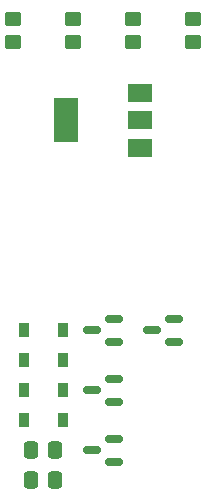
<source format=gbr>
%TF.GenerationSoftware,KiCad,Pcbnew,(6.0.4)*%
%TF.CreationDate,2022-04-22T12:19:17+05:30*%
%TF.ProjectId,esp32 switch,65737033-3220-4737-9769-7463682e6b69,rev?*%
%TF.SameCoordinates,Original*%
%TF.FileFunction,Paste,Bot*%
%TF.FilePolarity,Positive*%
%FSLAX46Y46*%
G04 Gerber Fmt 4.6, Leading zero omitted, Abs format (unit mm)*
G04 Created by KiCad (PCBNEW (6.0.4)) date 2022-04-22 12:19:17*
%MOMM*%
%LPD*%
G01*
G04 APERTURE LIST*
G04 Aperture macros list*
%AMRoundRect*
0 Rectangle with rounded corners*
0 $1 Rounding radius*
0 $2 $3 $4 $5 $6 $7 $8 $9 X,Y pos of 4 corners*
0 Add a 4 corners polygon primitive as box body*
4,1,4,$2,$3,$4,$5,$6,$7,$8,$9,$2,$3,0*
0 Add four circle primitives for the rounded corners*
1,1,$1+$1,$2,$3*
1,1,$1+$1,$4,$5*
1,1,$1+$1,$6,$7*
1,1,$1+$1,$8,$9*
0 Add four rect primitives between the rounded corners*
20,1,$1+$1,$2,$3,$4,$5,0*
20,1,$1+$1,$4,$5,$6,$7,0*
20,1,$1+$1,$6,$7,$8,$9,0*
20,1,$1+$1,$8,$9,$2,$3,0*%
G04 Aperture macros list end*
%ADD10RoundRect,0.150000X0.587500X0.150000X-0.587500X0.150000X-0.587500X-0.150000X0.587500X-0.150000X0*%
%ADD11R,0.900000X1.200000*%
%ADD12R,2.000000X1.500000*%
%ADD13R,2.000000X3.800000*%
%ADD14RoundRect,0.250000X-0.450000X0.350000X-0.450000X-0.350000X0.450000X-0.350000X0.450000X0.350000X0*%
%ADD15RoundRect,0.250000X0.337500X0.475000X-0.337500X0.475000X-0.337500X-0.475000X0.337500X-0.475000X0*%
%ADD16RoundRect,0.250000X-0.337500X-0.475000X0.337500X-0.475000X0.337500X0.475000X-0.337500X0.475000X0*%
G04 APERTURE END LIST*
D10*
%TO.C,Q3*%
X130477500Y-95570000D03*
X130477500Y-97470000D03*
X128602500Y-96520000D03*
%TD*%
D11*
%TO.C,D1*%
X126110000Y-86360000D03*
X122810000Y-86360000D03*
%TD*%
D12*
%TO.C,U1*%
X132690000Y-66280000D03*
X132690000Y-68580000D03*
D13*
X126390000Y-68580000D03*
D12*
X132690000Y-70880000D03*
%TD*%
D10*
%TO.C,Q4*%
X135557500Y-85410000D03*
X135557500Y-87310000D03*
X133682500Y-86360000D03*
%TD*%
%TO.C,Q2*%
X130477500Y-90490000D03*
X130477500Y-92390000D03*
X128602500Y-91440000D03*
%TD*%
D11*
%TO.C,D4*%
X126110000Y-93980000D03*
X122810000Y-93980000D03*
%TD*%
D10*
%TO.C,Q1*%
X130477500Y-85410000D03*
X130477500Y-87310000D03*
X128602500Y-86360000D03*
%TD*%
D11*
%TO.C,D3*%
X126110000Y-91440000D03*
X122810000Y-91440000D03*
%TD*%
D14*
%TO.C,R4*%
X137160000Y-59960000D03*
X137160000Y-61960000D03*
%TD*%
D11*
%TO.C,D2*%
X126110000Y-88900000D03*
X122810000Y-88900000D03*
%TD*%
D15*
%TO.C,C1*%
X125497500Y-96520000D03*
X123422500Y-96520000D03*
%TD*%
D14*
%TO.C,R3*%
X132080000Y-59960000D03*
X132080000Y-61960000D03*
%TD*%
%TO.C,R2*%
X127000000Y-59960000D03*
X127000000Y-61960000D03*
%TD*%
%TO.C,R1*%
X121920000Y-59960000D03*
X121920000Y-61960000D03*
%TD*%
D16*
%TO.C,C2*%
X123422500Y-99060000D03*
X125497500Y-99060000D03*
%TD*%
M02*

</source>
